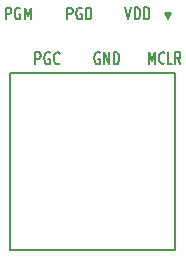
<source format=gto>
%TF.GenerationSoftware,KiCad,Pcbnew,4.0.7*%
%TF.CreationDate,2017-12-01T20:59:20+08:00*%
%TF.ProjectId,rj12,726A31322E6B696361645F7063620000,rev?*%
%TF.FileFunction,Legend,Top*%
%FSLAX46Y46*%
G04 Gerber Fmt 4.6, Leading zero omitted, Abs format (unit mm)*
G04 Created by KiCad (PCBNEW 4.0.7) date 12/01/17 20:59:20*
%MOMM*%
%LPD*%
G01*
G04 APERTURE LIST*
%ADD10C,0.100000*%
%ADD11C,0.200000*%
%ADD12C,0.187500*%
%ADD13C,0.150000*%
G04 APERTURE END LIST*
D10*
D11*
X14600000Y-1010000D02*
X14360000Y-1570000D01*
X14070000Y-1010000D02*
X14600000Y-1010000D01*
X14410000Y-1170000D02*
X14360000Y-1260000D01*
X14070000Y-1010000D02*
X14410000Y-1170000D01*
X14360000Y-1570000D02*
X14070000Y-1010000D01*
X603333Y-1582381D02*
X603333Y-582381D01*
X908095Y-582381D01*
X984286Y-630000D01*
X1022381Y-677619D01*
X1060476Y-772857D01*
X1060476Y-915714D01*
X1022381Y-1010952D01*
X984286Y-1058571D01*
X908095Y-1106190D01*
X603333Y-1106190D01*
X1822381Y-630000D02*
X1746190Y-582381D01*
X1631905Y-582381D01*
X1517619Y-630000D01*
X1441428Y-725238D01*
X1403333Y-820476D01*
X1365238Y-1010952D01*
X1365238Y-1153810D01*
X1403333Y-1344286D01*
X1441428Y-1439524D01*
X1517619Y-1534762D01*
X1631905Y-1582381D01*
X1708095Y-1582381D01*
X1822381Y-1534762D01*
X1860476Y-1487143D01*
X1860476Y-1153810D01*
X1708095Y-1153810D01*
X2203333Y-1582381D02*
X2203333Y-582381D01*
X2470000Y-1296667D01*
X2736667Y-582381D01*
X2736667Y-1582381D01*
X3120476Y-5382381D02*
X3120476Y-4382381D01*
X3425238Y-4382381D01*
X3501429Y-4430000D01*
X3539524Y-4477619D01*
X3577619Y-4572857D01*
X3577619Y-4715714D01*
X3539524Y-4810952D01*
X3501429Y-4858571D01*
X3425238Y-4906190D01*
X3120476Y-4906190D01*
X4339524Y-4430000D02*
X4263333Y-4382381D01*
X4149048Y-4382381D01*
X4034762Y-4430000D01*
X3958571Y-4525238D01*
X3920476Y-4620476D01*
X3882381Y-4810952D01*
X3882381Y-4953810D01*
X3920476Y-5144286D01*
X3958571Y-5239524D01*
X4034762Y-5334762D01*
X4149048Y-5382381D01*
X4225238Y-5382381D01*
X4339524Y-5334762D01*
X4377619Y-5287143D01*
X4377619Y-4953810D01*
X4225238Y-4953810D01*
X5177619Y-5287143D02*
X5139524Y-5334762D01*
X5025238Y-5382381D01*
X4949048Y-5382381D01*
X4834762Y-5334762D01*
X4758571Y-5239524D01*
X4720476Y-5144286D01*
X4682381Y-4953810D01*
X4682381Y-4810952D01*
X4720476Y-4620476D01*
X4758571Y-4525238D01*
X4834762Y-4430000D01*
X4949048Y-4382381D01*
X5025238Y-4382381D01*
X5139524Y-4430000D01*
X5177619Y-4477619D01*
X5810476Y-1592381D02*
X5810476Y-592381D01*
X6115238Y-592381D01*
X6191429Y-640000D01*
X6229524Y-687619D01*
X6267619Y-782857D01*
X6267619Y-925714D01*
X6229524Y-1020952D01*
X6191429Y-1068571D01*
X6115238Y-1116190D01*
X5810476Y-1116190D01*
X7029524Y-640000D02*
X6953333Y-592381D01*
X6839048Y-592381D01*
X6724762Y-640000D01*
X6648571Y-735238D01*
X6610476Y-830476D01*
X6572381Y-1020952D01*
X6572381Y-1163810D01*
X6610476Y-1354286D01*
X6648571Y-1449524D01*
X6724762Y-1544762D01*
X6839048Y-1592381D01*
X6915238Y-1592381D01*
X7029524Y-1544762D01*
X7067619Y-1497143D01*
X7067619Y-1163810D01*
X6915238Y-1163810D01*
X7410476Y-1592381D02*
X7410476Y-592381D01*
X7600952Y-592381D01*
X7715238Y-640000D01*
X7791429Y-735238D01*
X7829524Y-830476D01*
X7867619Y-1020952D01*
X7867619Y-1163810D01*
X7829524Y-1354286D01*
X7791429Y-1449524D01*
X7715238Y-1544762D01*
X7600952Y-1592381D01*
X7410476Y-1592381D01*
X8560477Y-4420000D02*
X8484286Y-4372381D01*
X8370001Y-4372381D01*
X8255715Y-4420000D01*
X8179524Y-4515238D01*
X8141429Y-4610476D01*
X8103334Y-4800952D01*
X8103334Y-4943810D01*
X8141429Y-5134286D01*
X8179524Y-5229524D01*
X8255715Y-5324762D01*
X8370001Y-5372381D01*
X8446191Y-5372381D01*
X8560477Y-5324762D01*
X8598572Y-5277143D01*
X8598572Y-4943810D01*
X8446191Y-4943810D01*
X8941429Y-5372381D02*
X8941429Y-4372381D01*
X9398572Y-5372381D01*
X9398572Y-4372381D01*
X9779524Y-5372381D02*
X9779524Y-4372381D01*
X9970000Y-4372381D01*
X10084286Y-4420000D01*
X10160477Y-4515238D01*
X10198572Y-4610476D01*
X10236667Y-4800952D01*
X10236667Y-4943810D01*
X10198572Y-5134286D01*
X10160477Y-5229524D01*
X10084286Y-5324762D01*
X9970000Y-5372381D01*
X9779524Y-5372381D01*
X10723333Y-572381D02*
X10990000Y-1572381D01*
X11256667Y-572381D01*
X11523333Y-1572381D02*
X11523333Y-572381D01*
X11713809Y-572381D01*
X11828095Y-620000D01*
X11904286Y-715238D01*
X11942381Y-810476D01*
X11980476Y-1000952D01*
X11980476Y-1143810D01*
X11942381Y-1334286D01*
X11904286Y-1429524D01*
X11828095Y-1524762D01*
X11713809Y-1572381D01*
X11523333Y-1572381D01*
X12323333Y-1572381D02*
X12323333Y-572381D01*
X12513809Y-572381D01*
X12628095Y-620000D01*
X12704286Y-715238D01*
X12742381Y-810476D01*
X12780476Y-1000952D01*
X12780476Y-1143810D01*
X12742381Y-1334286D01*
X12704286Y-1429524D01*
X12628095Y-1524762D01*
X12513809Y-1572381D01*
X12323333Y-1572381D01*
D12*
X12766428Y-5362381D02*
X12766428Y-4362381D01*
X13016428Y-5076667D01*
X13266428Y-4362381D01*
X13266428Y-5362381D01*
X14052143Y-5267143D02*
X14016429Y-5314762D01*
X13909286Y-5362381D01*
X13837857Y-5362381D01*
X13730714Y-5314762D01*
X13659286Y-5219524D01*
X13623571Y-5124286D01*
X13587857Y-4933810D01*
X13587857Y-4790952D01*
X13623571Y-4600476D01*
X13659286Y-4505238D01*
X13730714Y-4410000D01*
X13837857Y-4362381D01*
X13909286Y-4362381D01*
X14016429Y-4410000D01*
X14052143Y-4457619D01*
X14730714Y-5362381D02*
X14373571Y-5362381D01*
X14373571Y-4362381D01*
X15409286Y-5362381D02*
X15159286Y-4886190D01*
X14980714Y-5362381D02*
X14980714Y-4362381D01*
X15266429Y-4362381D01*
X15337857Y-4410000D01*
X15373572Y-4457619D01*
X15409286Y-4552857D01*
X15409286Y-4695714D01*
X15373572Y-4790952D01*
X15337857Y-4838571D01*
X15266429Y-4886190D01*
X14980714Y-4886190D01*
D13*
X14950000Y-21110000D02*
X950000Y-21110000D01*
X14950000Y-15110000D02*
X14950000Y-21110000D01*
X14950000Y-6110000D02*
X14950000Y-15110000D01*
X950000Y-6110000D02*
X14950000Y-6110000D01*
X950000Y-6110000D02*
X950000Y-15110000D01*
X950000Y-15110000D02*
X950000Y-21110000D01*
M02*

</source>
